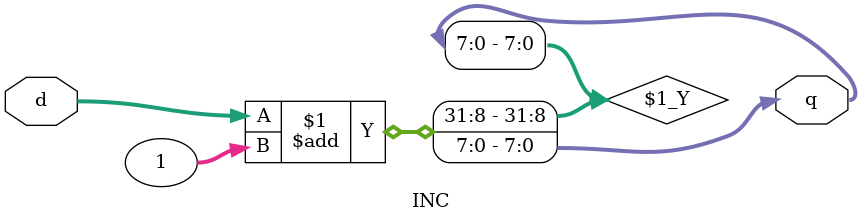
<source format=v>
`timescale 1 ns/1 ns

/* 
 * INC - Incrementor
 */
module INC #(parameter P_DATA = 8) (d, q);

input [P_DATA-1:0] d;
output [P_DATA-1:0] q;

assign q = d + 1;

endmodule

`ifdef TEST
module tb_INC;

localparam P_D = 4;

reg [P_D-1:0] d;
wire [P_D-1:0] q;

INC #(P_D) dut (d, q);

integer i;

initial begin

    $dumpfile("trace_inc.vcd");
    $dumpvars(0, dut);

    for(i = 0; i < 20; i++) begin
        d = i;
        #1;
    end
end

endmodule
`endif
</source>
